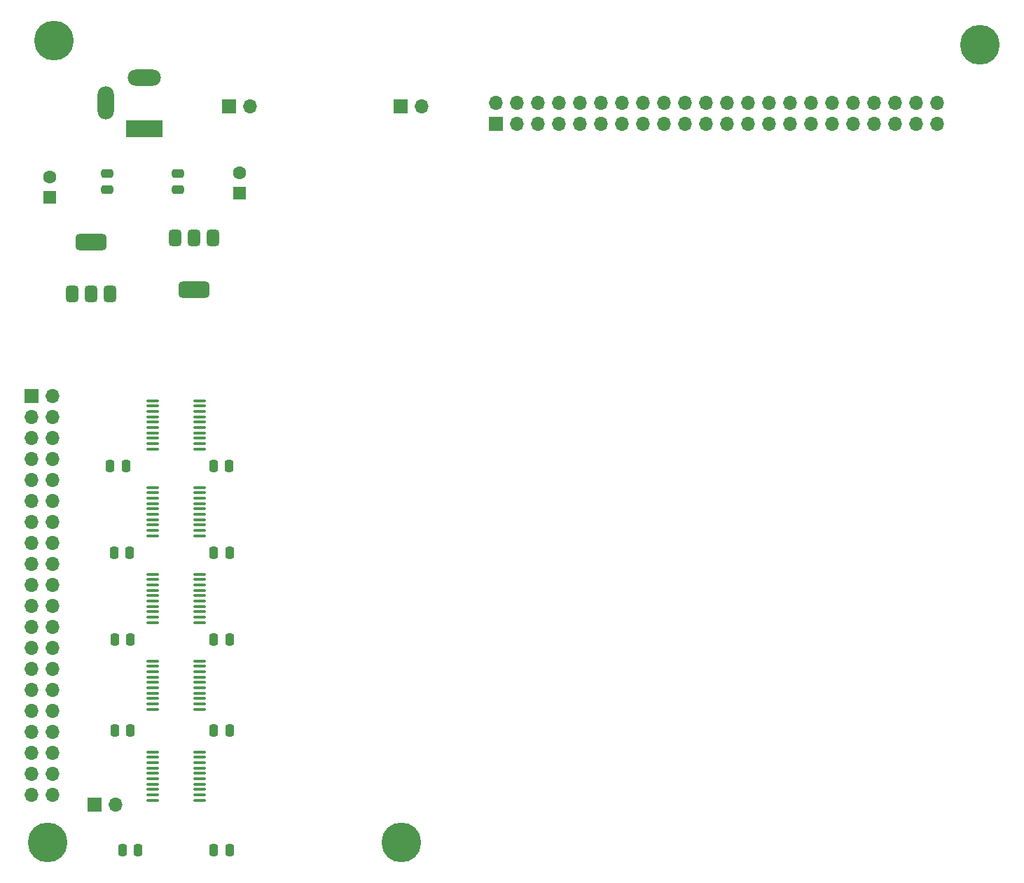
<source format=gbr>
%TF.GenerationSoftware,KiCad,Pcbnew,8.0.3-8.0.3-0~ubuntu20.04.1*%
%TF.CreationDate,2024-07-01T18:26:47+09:00*%
%TF.ProjectId,Gender_TANG25K_IO_LevelShift,47656e64-6572-45f5-9441-4e4732354b5f,rev?*%
%TF.SameCoordinates,Original*%
%TF.FileFunction,Soldermask,Top*%
%TF.FilePolarity,Negative*%
%FSLAX46Y46*%
G04 Gerber Fmt 4.6, Leading zero omitted, Abs format (unit mm)*
G04 Created by KiCad (PCBNEW 8.0.3-8.0.3-0~ubuntu20.04.1) date 2024-07-01 18:26:47*
%MOMM*%
%LPD*%
G01*
G04 APERTURE LIST*
G04 Aperture macros list*
%AMRoundRect*
0 Rectangle with rounded corners*
0 $1 Rounding radius*
0 $2 $3 $4 $5 $6 $7 $8 $9 X,Y pos of 4 corners*
0 Add a 4 corners polygon primitive as box body*
4,1,4,$2,$3,$4,$5,$6,$7,$8,$9,$2,$3,0*
0 Add four circle primitives for the rounded corners*
1,1,$1+$1,$2,$3*
1,1,$1+$1,$4,$5*
1,1,$1+$1,$6,$7*
1,1,$1+$1,$8,$9*
0 Add four rect primitives between the rounded corners*
20,1,$1+$1,$2,$3,$4,$5,0*
20,1,$1+$1,$4,$5,$6,$7,0*
20,1,$1+$1,$6,$7,$8,$9,0*
20,1,$1+$1,$8,$9,$2,$3,0*%
G04 Aperture macros list end*
%ADD10R,1.700000X1.700000*%
%ADD11O,1.700000X1.700000*%
%ADD12C,4.800000*%
%ADD13RoundRect,0.375000X-0.375000X0.625000X-0.375000X-0.625000X0.375000X-0.625000X0.375000X0.625000X0*%
%ADD14RoundRect,0.500000X-1.400000X0.500000X-1.400000X-0.500000X1.400000X-0.500000X1.400000X0.500000X0*%
%ADD15RoundRect,0.250000X0.475000X-0.250000X0.475000X0.250000X-0.475000X0.250000X-0.475000X-0.250000X0*%
%ADD16RoundRect,0.100000X-0.637500X-0.100000X0.637500X-0.100000X0.637500X0.100000X-0.637500X0.100000X0*%
%ADD17RoundRect,0.250000X0.250000X0.475000X-0.250000X0.475000X-0.250000X-0.475000X0.250000X-0.475000X0*%
%ADD18RoundRect,0.375000X0.375000X-0.625000X0.375000X0.625000X-0.375000X0.625000X-0.375000X-0.625000X0*%
%ADD19RoundRect,0.500000X1.400000X-0.500000X1.400000X0.500000X-1.400000X0.500000X-1.400000X-0.500000X0*%
%ADD20R,1.600000X1.600000*%
%ADD21C,1.600000*%
%ADD22RoundRect,0.250000X-0.250000X-0.475000X0.250000X-0.475000X0.250000X0.475000X-0.250000X0.475000X0*%
%ADD23R,4.500000X2.000000*%
%ADD24O,4.000000X2.000000*%
%ADD25O,2.000000X4.000000*%
G04 APERTURE END LIST*
D10*
%TO.C,J6*%
X83460000Y-175500000D03*
D11*
X86000000Y-175500000D03*
%TD*%
D12*
%TO.C,TP4*%
X190500000Y-83500000D03*
%TD*%
%TO.C,TP3*%
X78500000Y-83000000D03*
%TD*%
D11*
%TO.C,J2*%
X123000000Y-91000000D03*
D10*
X120460000Y-91000000D03*
%TD*%
%TO.C,J5*%
X99725000Y-91000000D03*
D11*
X102265000Y-91000000D03*
%TD*%
D13*
%TO.C,U7*%
X97800000Y-106850000D03*
X95500000Y-106850000D03*
D14*
X95500000Y-113150000D03*
D13*
X93200000Y-106850000D03*
%TD*%
D12*
%TO.C,TP1*%
X77820000Y-180000000D03*
%TD*%
D15*
%TO.C,C11*%
X85000000Y-101000000D03*
X85000000Y-99100000D03*
%TD*%
D16*
%TO.C,U1*%
X90457500Y-126575000D03*
X90457500Y-127225000D03*
X90457500Y-127875000D03*
X90457500Y-128525000D03*
X90457500Y-129175000D03*
X90457500Y-129825000D03*
X90457500Y-130475000D03*
X90457500Y-131125000D03*
X90457500Y-131775000D03*
X90457500Y-132425000D03*
X96182500Y-132425000D03*
X96182500Y-131775000D03*
X96182500Y-131125000D03*
X96182500Y-130475000D03*
X96182500Y-129825000D03*
X96182500Y-129175000D03*
X96182500Y-128525000D03*
X96182500Y-127875000D03*
X96182500Y-127225000D03*
X96182500Y-126575000D03*
%TD*%
D17*
%TO.C,C5*%
X87770000Y-155500000D03*
X85870000Y-155500000D03*
%TD*%
%TO.C,C9*%
X88720000Y-181000000D03*
X86820000Y-181000000D03*
%TD*%
D18*
%TO.C,U6*%
X80700000Y-113650000D03*
X83000000Y-113650000D03*
D19*
X83000000Y-107350000D03*
D18*
X85300000Y-113650000D03*
%TD*%
D16*
%TO.C,U5*%
X90457500Y-169075000D03*
X90457500Y-169725000D03*
X90457500Y-170375000D03*
X90457500Y-171025000D03*
X90457500Y-171675000D03*
X90457500Y-172325000D03*
X90457500Y-172975000D03*
X90457500Y-173625000D03*
X90457500Y-174275000D03*
X90457500Y-174925000D03*
X96182500Y-174925000D03*
X96182500Y-174275000D03*
X96182500Y-173625000D03*
X96182500Y-172975000D03*
X96182500Y-172325000D03*
X96182500Y-171675000D03*
X96182500Y-171025000D03*
X96182500Y-170375000D03*
X96182500Y-169725000D03*
X96182500Y-169075000D03*
%TD*%
D20*
%TO.C,C12*%
X101000000Y-101500000D03*
D21*
X101000000Y-99000000D03*
%TD*%
D10*
%TO.C,J1*%
X75820000Y-126000000D03*
D11*
X78360000Y-126000000D03*
X75820000Y-128540000D03*
X78360000Y-128540000D03*
X75820000Y-131080000D03*
X78360000Y-131080000D03*
X75820000Y-133620000D03*
X78360000Y-133620000D03*
X75820000Y-136160000D03*
X78360000Y-136160000D03*
X75820000Y-138700000D03*
X78360000Y-138700000D03*
X75820000Y-141240000D03*
X78360000Y-141240000D03*
X75820000Y-143780000D03*
X78360000Y-143780000D03*
X75820000Y-146320000D03*
X78360000Y-146320000D03*
X75820000Y-148860000D03*
X78360000Y-148860000D03*
X75820000Y-151400000D03*
X78360000Y-151400000D03*
X75820000Y-153940000D03*
X78360000Y-153940000D03*
X75820000Y-156480000D03*
X78360000Y-156480000D03*
X75820000Y-159020000D03*
X78360000Y-159020000D03*
X75820000Y-161560000D03*
X78360000Y-161560000D03*
X75820000Y-164100000D03*
X78360000Y-164100000D03*
X75820000Y-166640000D03*
X78360000Y-166640000D03*
X75820000Y-169180000D03*
X78360000Y-169180000D03*
X75820000Y-171720000D03*
X78360000Y-171720000D03*
X75820000Y-174260000D03*
X78360000Y-174260000D03*
%TD*%
D22*
%TO.C,C8*%
X97870000Y-166500000D03*
X99770000Y-166500000D03*
%TD*%
D12*
%TO.C,TP2*%
X120500000Y-180000000D03*
%TD*%
D17*
%TO.C,C3*%
X87720000Y-145000000D03*
X85820000Y-145000000D03*
%TD*%
D15*
%TO.C,C13*%
X93500000Y-101000000D03*
X93500000Y-99100000D03*
%TD*%
D22*
%TO.C,C6*%
X97870000Y-155500000D03*
X99770000Y-155500000D03*
%TD*%
D20*
%TO.C,C15*%
X78000000Y-102000000D03*
D21*
X78000000Y-99500000D03*
%TD*%
D22*
%TO.C,C4*%
X97870000Y-145000000D03*
X99770000Y-145000000D03*
%TD*%
D17*
%TO.C,C7*%
X87770000Y-166500000D03*
X85870000Y-166500000D03*
%TD*%
D16*
%TO.C,U2*%
X90457500Y-137075000D03*
X90457500Y-137725000D03*
X90457500Y-138375000D03*
X90457500Y-139025000D03*
X90457500Y-139675000D03*
X90457500Y-140325000D03*
X90457500Y-140975000D03*
X90457500Y-141625000D03*
X90457500Y-142275000D03*
X90457500Y-142925000D03*
X96182500Y-142925000D03*
X96182500Y-142275000D03*
X96182500Y-141625000D03*
X96182500Y-140975000D03*
X96182500Y-140325000D03*
X96182500Y-139675000D03*
X96182500Y-139025000D03*
X96182500Y-138375000D03*
X96182500Y-137725000D03*
X96182500Y-137075000D03*
%TD*%
D23*
%TO.C,J3*%
X89500000Y-93700000D03*
D24*
X89500000Y-87500000D03*
D25*
X84800000Y-90500000D03*
%TD*%
D16*
%TO.C,U3*%
X90457500Y-147575000D03*
X90457500Y-148225000D03*
X90457500Y-148875000D03*
X90457500Y-149525000D03*
X90457500Y-150175000D03*
X90457500Y-150825000D03*
X90457500Y-151475000D03*
X90457500Y-152125000D03*
X90457500Y-152775000D03*
X90457500Y-153425000D03*
X96182500Y-153425000D03*
X96182500Y-152775000D03*
X96182500Y-152125000D03*
X96182500Y-151475000D03*
X96182500Y-150825000D03*
X96182500Y-150175000D03*
X96182500Y-149525000D03*
X96182500Y-148875000D03*
X96182500Y-148225000D03*
X96182500Y-147575000D03*
%TD*%
D22*
%TO.C,C10*%
X97870000Y-181000000D03*
X99770000Y-181000000D03*
%TD*%
%TO.C,C2*%
X97820000Y-134500000D03*
X99720000Y-134500000D03*
%TD*%
D16*
%TO.C,U4*%
X90457500Y-158075000D03*
X90457500Y-158725000D03*
X90457500Y-159375000D03*
X90457500Y-160025000D03*
X90457500Y-160675000D03*
X90457500Y-161325000D03*
X90457500Y-161975000D03*
X90457500Y-162625000D03*
X90457500Y-163275000D03*
X90457500Y-163925000D03*
X96182500Y-163925000D03*
X96182500Y-163275000D03*
X96182500Y-162625000D03*
X96182500Y-161975000D03*
X96182500Y-161325000D03*
X96182500Y-160675000D03*
X96182500Y-160025000D03*
X96182500Y-159375000D03*
X96182500Y-158725000D03*
X96182500Y-158075000D03*
%TD*%
D17*
%TO.C,C1*%
X87220000Y-134500000D03*
X85320000Y-134500000D03*
%TD*%
D10*
%TO.C,J4*%
X132000000Y-93040000D03*
D11*
X132000000Y-90500000D03*
X134540000Y-93040000D03*
X134540000Y-90500000D03*
X137080000Y-93040000D03*
X137080000Y-90500000D03*
X139620000Y-93040000D03*
X139620000Y-90500000D03*
X142160000Y-93040000D03*
X142160000Y-90500000D03*
X144700000Y-93040000D03*
X144700000Y-90500000D03*
X147240000Y-93040000D03*
X147240000Y-90500000D03*
X149780000Y-93040000D03*
X149780000Y-90500000D03*
X152320000Y-93040000D03*
X152320000Y-90500000D03*
X154860000Y-93040000D03*
X154860000Y-90500000D03*
X157400000Y-93040000D03*
X157400000Y-90500000D03*
X159940000Y-93040000D03*
X159940000Y-90500000D03*
X162480000Y-93040000D03*
X162480000Y-90500000D03*
X165020000Y-93040000D03*
X165020000Y-90500000D03*
X167560000Y-93040000D03*
X167560000Y-90500000D03*
X170100000Y-93040000D03*
X170100000Y-90500000D03*
X172640000Y-93040000D03*
X172640000Y-90500000D03*
X175180000Y-93040000D03*
X175180000Y-90500000D03*
X177720000Y-93040000D03*
X177720000Y-90500000D03*
X180260000Y-93040000D03*
X180260000Y-90500000D03*
X182800000Y-93040000D03*
X182800000Y-90500000D03*
X185340000Y-93040000D03*
X185340000Y-90500000D03*
%TD*%
M02*

</source>
